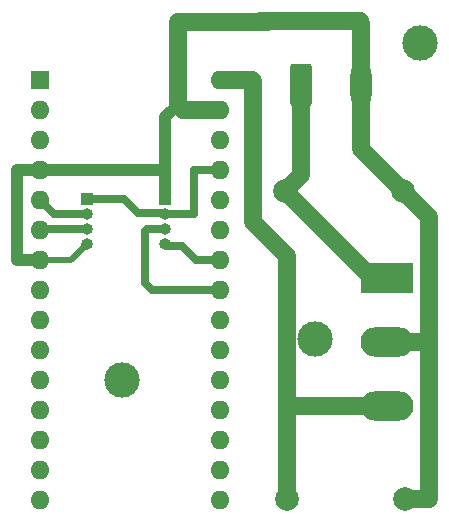
<source format=gbr>
%TF.GenerationSoftware,KiCad,Pcbnew,8.0.2*%
%TF.CreationDate,2024-06-22T21:26:24+03:00*%
%TF.ProjectId,TARTI,54415254-492e-46b6-9963-61645f706362,rev?*%
%TF.SameCoordinates,Original*%
%TF.FileFunction,Copper,L2,Bot*%
%TF.FilePolarity,Positive*%
%FSLAX46Y46*%
G04 Gerber Fmt 4.6, Leading zero omitted, Abs format (unit mm)*
G04 Created by KiCad (PCBNEW 8.0.2) date 2024-06-22 21:26:24*
%MOMM*%
%LPD*%
G01*
G04 APERTURE LIST*
G04 Aperture macros list*
%AMRoundRect*
0 Rectangle with rounded corners*
0 $1 Rounding radius*
0 $2 $3 $4 $5 $6 $7 $8 $9 X,Y pos of 4 corners*
0 Add a 4 corners polygon primitive as box body*
4,1,4,$2,$3,$4,$5,$6,$7,$8,$9,$2,$3,0*
0 Add four circle primitives for the rounded corners*
1,1,$1+$1,$2,$3*
1,1,$1+$1,$4,$5*
1,1,$1+$1,$6,$7*
1,1,$1+$1,$8,$9*
0 Add four rect primitives between the rounded corners*
20,1,$1+$1,$2,$3,$4,$5,0*
20,1,$1+$1,$4,$5,$6,$7,0*
20,1,$1+$1,$6,$7,$8,$9,0*
20,1,$1+$1,$8,$9,$2,$3,0*%
G04 Aperture macros list end*
%TA.AperFunction,ComponentPad*%
%ADD10C,2.000000*%
%TD*%
%TA.AperFunction,ComponentPad*%
%ADD11R,1.000000X1.000000*%
%TD*%
%TA.AperFunction,ComponentPad*%
%ADD12O,1.000000X1.000000*%
%TD*%
%TA.AperFunction,ComponentPad*%
%ADD13R,1.600000X1.600000*%
%TD*%
%TA.AperFunction,ComponentPad*%
%ADD14O,1.600000X1.600000*%
%TD*%
%TA.AperFunction,ComponentPad*%
%ADD15RoundRect,0.250000X-0.650000X-1.550000X0.650000X-1.550000X0.650000X1.550000X-0.650000X1.550000X0*%
%TD*%
%TA.AperFunction,ComponentPad*%
%ADD16O,1.800000X3.600000*%
%TD*%
%TA.AperFunction,ComponentPad*%
%ADD17R,4.500000X2.500000*%
%TD*%
%TA.AperFunction,ComponentPad*%
%ADD18O,4.500000X2.500000*%
%TD*%
%TA.AperFunction,ViaPad*%
%ADD19C,3.000000*%
%TD*%
%TA.AperFunction,ViaPad*%
%ADD20C,0.600000*%
%TD*%
%TA.AperFunction,Conductor*%
%ADD21C,1.000000*%
%TD*%
%TA.AperFunction,Conductor*%
%ADD22C,1.500000*%
%TD*%
%TA.AperFunction,Conductor*%
%ADD23C,0.200000*%
%TD*%
%TA.AperFunction,Conductor*%
%ADD24C,0.700000*%
%TD*%
%TA.AperFunction,Conductor*%
%ADD25C,0.500000*%
%TD*%
G04 APERTURE END LIST*
D10*
%TO.P,C2,1*%
%TO.N,Vin*%
X24240400Y-41748800D03*
%TO.P,C2,2*%
%TO.N,GND*%
X34240400Y-41748800D03*
%TD*%
D11*
%TO.P,J2,1,Pin_1*%
%TO.N,GND*%
X13975000Y-16348800D03*
D12*
%TO.P,J2,2,Pin_2*%
%TO.N,5V*%
X13975000Y-17618800D03*
%TO.P,J2,3,Pin_3*%
%TO.N,A4*%
X13975000Y-18888800D03*
%TO.P,J2,4,Pin_4*%
%TO.N,A5*%
X13975000Y-20158800D03*
%TD*%
D13*
%TO.P,A1,1,D1/TX*%
%TO.N,unconnected-(A1-D1{slash}TX-Pad1)*%
X3378200Y-6299200D03*
D14*
%TO.P,A1,2,D0/RX*%
%TO.N,unconnected-(A1-D0{slash}RX-Pad2)*%
X3378200Y-8839200D03*
%TO.P,A1,3,~{RESET}*%
%TO.N,unconnected-(A1-~{RESET}-Pad3)*%
X3378200Y-11379200D03*
%TO.P,A1,4,GND*%
%TO.N,GND*%
X3378200Y-13919200D03*
%TO.P,A1,5,D2*%
%TO.N,D3*%
X3378200Y-16459200D03*
%TO.P,A1,6,D3*%
%TO.N,D2*%
X3378200Y-18999200D03*
%TO.P,A1,7,D4*%
%TO.N,GND*%
X3378200Y-21539200D03*
%TO.P,A1,8,D5*%
%TO.N,unconnected-(A1-D5-Pad8)*%
X3378200Y-24079200D03*
%TO.P,A1,9,D6*%
%TO.N,unconnected-(A1-D6-Pad9)*%
X3378200Y-26619200D03*
%TO.P,A1,10,D7*%
%TO.N,unconnected-(A1-D7-Pad10)*%
X3378200Y-29159200D03*
%TO.P,A1,11,D8*%
%TO.N,unconnected-(A1-D8-Pad11)*%
X3378200Y-31699200D03*
%TO.P,A1,12,D9*%
%TO.N,unconnected-(A1-D9-Pad12)*%
X3378200Y-34239200D03*
%TO.P,A1,13,D10*%
%TO.N,unconnected-(A1-D10-Pad13)*%
X3378200Y-36779200D03*
%TO.P,A1,14,D11*%
%TO.N,unconnected-(A1-D11-Pad14)*%
X3378200Y-39319200D03*
%TO.P,A1,15,D12*%
%TO.N,unconnected-(A1-D12-Pad15)*%
X3378200Y-41859200D03*
%TO.P,A1,16,D13*%
%TO.N,unconnected-(A1-D13-Pad16)*%
X18618200Y-41859200D03*
%TO.P,A1,17,3V3*%
%TO.N,unconnected-(A1-3V3-Pad17)*%
X18618200Y-39319200D03*
%TO.P,A1,18,AREF*%
%TO.N,unconnected-(A1-AREF-Pad18)*%
X18618200Y-36779200D03*
%TO.P,A1,19,A0*%
%TO.N,unconnected-(A1-A0-Pad19)*%
X18618200Y-34239200D03*
%TO.P,A1,20,A1*%
%TO.N,unconnected-(A1-A1-Pad20)*%
X18618200Y-31699200D03*
%TO.P,A1,21,A2*%
%TO.N,unconnected-(A1-A2-Pad21)*%
X18618200Y-29159200D03*
%TO.P,A1,22,A3*%
%TO.N,unconnected-(A1-A3-Pad22)*%
X18618200Y-26619200D03*
%TO.P,A1,23,A4*%
%TO.N,A4*%
X18618200Y-24079200D03*
%TO.P,A1,24,A5*%
%TO.N,A5*%
X18618200Y-21539200D03*
%TO.P,A1,25,A6*%
%TO.N,unconnected-(A1-A6-Pad25)*%
X18618200Y-18999200D03*
%TO.P,A1,26,A7*%
%TO.N,unconnected-(A1-A7-Pad26)*%
X18618200Y-16459200D03*
%TO.P,A1,27,+5V*%
%TO.N,5V*%
X18618200Y-13919200D03*
%TO.P,A1,28,~{RESET}*%
%TO.N,unconnected-(A1-~{RESET}-Pad28)*%
X18618200Y-11379200D03*
%TO.P,A1,29,GND*%
%TO.N,GND*%
X18618200Y-8839200D03*
%TO.P,A1,30,VIN*%
%TO.N,Vin*%
X18618200Y-6299200D03*
%TD*%
D15*
%TO.P,J3,1,Pin_1*%
%TO.N,Vgiri\u015F*%
X25447900Y-6753500D03*
D16*
%TO.P,J3,2,Pin_2*%
%TO.N,GND*%
X30527900Y-6753500D03*
%TD*%
D11*
%TO.P,J1,1,Pin_1*%
%TO.N,5V*%
X7294800Y-16374200D03*
D12*
%TO.P,J1,2,Pin_2*%
%TO.N,D3*%
X7294800Y-17644200D03*
%TO.P,J1,3,Pin_3*%
%TO.N,D2*%
X7294800Y-18914200D03*
%TO.P,J1,4,Pin_4*%
%TO.N,GND*%
X7294800Y-20184200D03*
%TD*%
D17*
%TO.P,U1,1,VI*%
%TO.N,Vgiri\u015F*%
X32771000Y-23029000D03*
D18*
%TO.P,U1,2,GND*%
%TO.N,GND*%
X32771000Y-28479000D03*
%TO.P,U1,3,VO*%
%TO.N,Vin*%
X32771000Y-33929000D03*
%TD*%
D10*
%TO.P,C1,1*%
%TO.N,Vgiri\u015F*%
X24091800Y-15663000D03*
%TO.P,C1,2*%
%TO.N,GND*%
X34091800Y-15663000D03*
%TD*%
D19*
%TO.N,*%
X10287000Y-31699200D03*
X26670000Y-28244800D03*
X35560000Y-3200400D03*
D20*
X35560000Y-3200400D03*
X35560000Y-3200400D03*
%TD*%
D21*
%TO.N,GND*%
X13970000Y-14184800D02*
X13975000Y-14189800D01*
X13970000Y-9448800D02*
X13970000Y-14184800D01*
X15036800Y-8382000D02*
X13970000Y-9448800D01*
D22*
X18618200Y-8839200D02*
X15494000Y-8839200D01*
X15494000Y-8839200D02*
X15036800Y-8382000D01*
D23*
X13808800Y-14189800D02*
X13975000Y-14189800D01*
X13538200Y-13919200D02*
X13808800Y-14189800D01*
D24*
%TO.N,D3*%
X4563200Y-17644200D02*
X3378200Y-16459200D01*
X7294800Y-17644200D02*
X4563200Y-17644200D01*
D21*
%TO.N,GND*%
X2997200Y-21539200D02*
X1371600Y-21539200D01*
X1371600Y-21539200D02*
X1371600Y-13944600D01*
D25*
X5939800Y-21539200D02*
X2997200Y-21539200D01*
X7294800Y-20184200D02*
X5939800Y-21539200D01*
D23*
X1473200Y-13944600D02*
X1498600Y-13919200D01*
D21*
X1498600Y-13919200D02*
X3378200Y-13919200D01*
D23*
X1371600Y-13944600D02*
X1473200Y-13944600D01*
D24*
%TO.N,A5*%
X16535400Y-21539200D02*
X18618200Y-21539200D01*
X14178200Y-20362000D02*
X15358200Y-20362000D01*
X15358200Y-20362000D02*
X16535400Y-21539200D01*
%TO.N,A4*%
X12242800Y-23469600D02*
X12852400Y-24079200D01*
X12242800Y-19100800D02*
X12242800Y-23469600D01*
D23*
X12217400Y-19075400D02*
X12242800Y-19100800D01*
D25*
X12404000Y-18888800D02*
X12217400Y-19075400D01*
D24*
X13975000Y-18888800D02*
X12404000Y-18888800D01*
X12852400Y-24079200D02*
X18618200Y-24079200D01*
D25*
%TO.N,GND*%
X22538600Y-1346200D02*
X22555200Y-1362800D01*
D22*
X15036800Y-8382000D02*
X15036800Y-1346200D01*
X15036800Y-1346200D02*
X22538600Y-1346200D01*
D23*
X23982600Y-1362800D02*
X22555200Y-1362800D01*
X22555200Y-1362800D02*
X22052200Y-1362800D01*
D21*
X36301600Y-28693200D02*
X36200000Y-28794800D01*
D22*
X36301600Y-17872800D02*
X36301600Y-28693200D01*
D21*
X36200000Y-17771200D02*
X36301600Y-17872800D01*
D22*
X30527900Y-1456500D02*
X30527900Y-6753500D01*
X22026800Y-1337400D02*
X30408800Y-1337400D01*
D23*
X22052200Y-1362800D02*
X22026800Y-1337400D01*
X30408800Y-1337400D02*
X30527900Y-1456500D01*
D22*
%TO.N,Vin*%
X21366400Y-18326200D02*
X24240400Y-21200200D01*
X21366400Y-6366600D02*
X21366400Y-18326200D01*
X18618200Y-6299200D02*
X21299000Y-6299200D01*
X24240400Y-21200200D02*
X24240400Y-41748800D01*
D24*
%TO.N,5V*%
X16362600Y-17618800D02*
X13975000Y-17618800D01*
X16362600Y-13919200D02*
X16362600Y-17618800D01*
X18618200Y-13919200D02*
X16362600Y-13919200D01*
D23*
X13924200Y-17568000D02*
X13975000Y-17618800D01*
D24*
X11638200Y-17568000D02*
X13924200Y-17568000D01*
X7294800Y-16374200D02*
X10444400Y-16374200D01*
X10444400Y-16374200D02*
X11638200Y-17568000D01*
%TO.N,D2*%
X7294800Y-18914200D02*
X3463200Y-18914200D01*
D23*
X3463200Y-18914200D02*
X3378200Y-18999200D01*
D21*
%TO.N,GND*%
X13975000Y-16348800D02*
X13975000Y-14189800D01*
X3378200Y-13919200D02*
X13538200Y-13919200D01*
D22*
%TO.N,Vgiri\u015F*%
X25447900Y-14306900D02*
X24091800Y-15663000D01*
X25447900Y-6753500D02*
X25447900Y-14306900D01*
%TO.N,GND*%
X30527900Y-12099100D02*
X34091800Y-15663000D01*
X30527900Y-6753500D02*
X30527900Y-12099100D01*
D23*
%TO.N,Vgiri\u015F*%
X31457800Y-23029000D02*
X32771000Y-23029000D01*
D22*
X24091800Y-15663000D02*
X31457800Y-23029000D01*
%TO.N,GND*%
X35884200Y-28479000D02*
X32771000Y-28479000D01*
D23*
X36200000Y-28794800D02*
X35884200Y-28479000D01*
D22*
X34091800Y-15663000D02*
X36200000Y-17771200D01*
X36327000Y-41748800D02*
X34240400Y-41748800D01*
X36327000Y-28921800D02*
X36327000Y-41748800D01*
D23*
X36530200Y-28718600D02*
X36327000Y-28921800D01*
X36290600Y-28479000D02*
X36530200Y-28718600D01*
X32771000Y-28479000D02*
X36290600Y-28479000D01*
D22*
%TO.N,Vin*%
X24944400Y-33929000D02*
X32771000Y-33929000D01*
D21*
X24240400Y-34633000D02*
X24944400Y-33929000D01*
X24240400Y-41748800D02*
X24240400Y-34633000D01*
%TD*%
M02*

</source>
